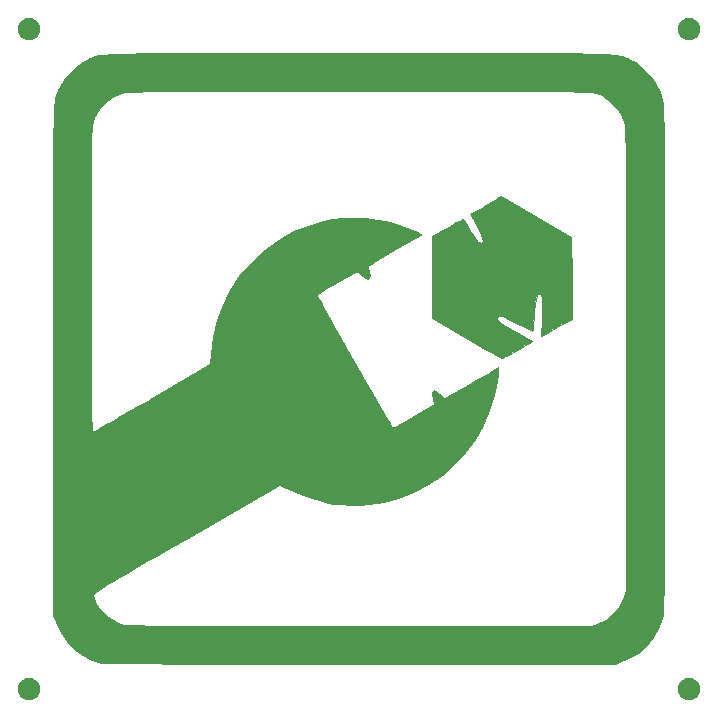
<source format=gbr>
G04 #@! TF.GenerationSoftware,KiCad,Pcbnew,(5.0.1)-4*
G04 #@! TF.CreationDate,2019-02-28T18:36:34-05:00*
G04 #@! TF.ProjectId,km-skillz-badge-kit-front,6B6D2D736B696C6C7A2D62616467652D,rev?*
G04 #@! TF.SameCoordinates,Original*
G04 #@! TF.FileFunction,Soldermask,Bot*
G04 #@! TF.FilePolarity,Negative*
%FSLAX46Y46*%
G04 Gerber Fmt 4.6, Leading zero omitted, Abs format (unit mm)*
G04 Created by KiCad (PCBNEW (5.0.1)-4) date 2/28/2019 6:36:34 PM*
%MOMM*%
%LPD*%
G01*
G04 APERTURE LIST*
%ADD10C,0.010000*%
%ADD11C,0.100000*%
G04 APERTURE END LIST*
D10*
G04 #@! TO.C,G\002A\002A\002A*
G36*
X168486667Y-73466596D02*
X168506727Y-76928798D01*
X168526786Y-80391000D01*
X167703232Y-80856667D01*
X167304195Y-81082710D01*
X166898742Y-81313079D01*
X166545792Y-81514268D01*
X166380950Y-81608634D01*
X165882222Y-81894934D01*
X165935676Y-81354634D01*
X165956161Y-81061163D01*
X165974056Y-80645790D01*
X165988341Y-80155938D01*
X165997997Y-79639030D01*
X166002005Y-79142490D01*
X165999344Y-78713741D01*
X165995791Y-78558559D01*
X165933558Y-78360917D01*
X165794872Y-78268064D01*
X165629802Y-78306964D01*
X165590433Y-78340281D01*
X165529007Y-78468250D01*
X165469165Y-78732130D01*
X165409859Y-79139585D01*
X165350043Y-79698276D01*
X165288668Y-80415869D01*
X165266113Y-80712900D01*
X165235742Y-81040394D01*
X165200879Y-81288454D01*
X165167212Y-81420689D01*
X165153612Y-81432567D01*
X165062801Y-81387685D01*
X164846534Y-81279045D01*
X164530351Y-81119528D01*
X164139792Y-80922017D01*
X163770960Y-80735171D01*
X163282709Y-80490270D01*
X162921841Y-80316979D01*
X162666505Y-80206891D01*
X162494848Y-80151600D01*
X162385019Y-80142698D01*
X162315165Y-80171780D01*
X162312381Y-80174038D01*
X162212675Y-80276407D01*
X162175163Y-80379980D01*
X162212054Y-80494990D01*
X162335557Y-80631670D01*
X162557882Y-80800255D01*
X162891239Y-81010977D01*
X163347837Y-81274071D01*
X163939886Y-81599769D01*
X164147500Y-81712168D01*
X164513382Y-81913011D01*
X164818205Y-82086549D01*
X165034615Y-82216736D01*
X165135260Y-82287527D01*
X165139153Y-82293867D01*
X165067788Y-82353188D01*
X164876584Y-82475587D01*
X164595101Y-82644438D01*
X164252901Y-82843116D01*
X163879547Y-83054993D01*
X163504600Y-83263444D01*
X163157622Y-83451841D01*
X162868173Y-83603558D01*
X162665817Y-83701969D01*
X162583440Y-83731281D01*
X162488637Y-83688975D01*
X162264218Y-83570040D01*
X161926529Y-83383693D01*
X161491916Y-83139148D01*
X160976725Y-82845621D01*
X160397301Y-82512326D01*
X159769991Y-82148479D01*
X159596667Y-82047445D01*
X156718000Y-80367663D01*
X156695902Y-76895674D01*
X156673803Y-73423685D01*
X157935174Y-72695176D01*
X158352721Y-72456399D01*
X158720543Y-72250555D01*
X159013240Y-72091498D01*
X159205411Y-71993082D01*
X159269606Y-71967319D01*
X159349838Y-72035400D01*
X159472020Y-72207899D01*
X159542512Y-72327152D01*
X159748144Y-72681908D01*
X159972319Y-73044643D01*
X160194119Y-73384214D01*
X160392623Y-73669481D01*
X160546915Y-73869303D01*
X160633834Y-73951766D01*
X160829811Y-73956996D01*
X160964619Y-73836434D01*
X160991439Y-73714442D01*
X160946414Y-73541101D01*
X160821851Y-73249204D01*
X160629614Y-72862742D01*
X160381569Y-72405705D01*
X160122476Y-71957324D01*
X159890768Y-71566981D01*
X160886718Y-70993198D01*
X161288769Y-70761527D01*
X161669469Y-70542080D01*
X161988573Y-70358062D01*
X162205834Y-70232678D01*
X162222523Y-70223037D01*
X162562379Y-70026658D01*
X168486667Y-73466596D01*
X168486667Y-73466596D01*
G37*
X168486667Y-73466596D02*
X168506727Y-76928798D01*
X168526786Y-80391000D01*
X167703232Y-80856667D01*
X167304195Y-81082710D01*
X166898742Y-81313079D01*
X166545792Y-81514268D01*
X166380950Y-81608634D01*
X165882222Y-81894934D01*
X165935676Y-81354634D01*
X165956161Y-81061163D01*
X165974056Y-80645790D01*
X165988341Y-80155938D01*
X165997997Y-79639030D01*
X166002005Y-79142490D01*
X165999344Y-78713741D01*
X165995791Y-78558559D01*
X165933558Y-78360917D01*
X165794872Y-78268064D01*
X165629802Y-78306964D01*
X165590433Y-78340281D01*
X165529007Y-78468250D01*
X165469165Y-78732130D01*
X165409859Y-79139585D01*
X165350043Y-79698276D01*
X165288668Y-80415869D01*
X165266113Y-80712900D01*
X165235742Y-81040394D01*
X165200879Y-81288454D01*
X165167212Y-81420689D01*
X165153612Y-81432567D01*
X165062801Y-81387685D01*
X164846534Y-81279045D01*
X164530351Y-81119528D01*
X164139792Y-80922017D01*
X163770960Y-80735171D01*
X163282709Y-80490270D01*
X162921841Y-80316979D01*
X162666505Y-80206891D01*
X162494848Y-80151600D01*
X162385019Y-80142698D01*
X162315165Y-80171780D01*
X162312381Y-80174038D01*
X162212675Y-80276407D01*
X162175163Y-80379980D01*
X162212054Y-80494990D01*
X162335557Y-80631670D01*
X162557882Y-80800255D01*
X162891239Y-81010977D01*
X163347837Y-81274071D01*
X163939886Y-81599769D01*
X164147500Y-81712168D01*
X164513382Y-81913011D01*
X164818205Y-82086549D01*
X165034615Y-82216736D01*
X165135260Y-82287527D01*
X165139153Y-82293867D01*
X165067788Y-82353188D01*
X164876584Y-82475587D01*
X164595101Y-82644438D01*
X164252901Y-82843116D01*
X163879547Y-83054993D01*
X163504600Y-83263444D01*
X163157622Y-83451841D01*
X162868173Y-83603558D01*
X162665817Y-83701969D01*
X162583440Y-83731281D01*
X162488637Y-83688975D01*
X162264218Y-83570040D01*
X161926529Y-83383693D01*
X161491916Y-83139148D01*
X160976725Y-82845621D01*
X160397301Y-82512326D01*
X159769991Y-82148479D01*
X159596667Y-82047445D01*
X156718000Y-80367663D01*
X156695902Y-76895674D01*
X156673803Y-73423685D01*
X157935174Y-72695176D01*
X158352721Y-72456399D01*
X158720543Y-72250555D01*
X159013240Y-72091498D01*
X159205411Y-71993082D01*
X159269606Y-71967319D01*
X159349838Y-72035400D01*
X159472020Y-72207899D01*
X159542512Y-72327152D01*
X159748144Y-72681908D01*
X159972319Y-73044643D01*
X160194119Y-73384214D01*
X160392623Y-73669481D01*
X160546915Y-73869303D01*
X160633834Y-73951766D01*
X160829811Y-73956996D01*
X160964619Y-73836434D01*
X160991439Y-73714442D01*
X160946414Y-73541101D01*
X160821851Y-73249204D01*
X160629614Y-72862742D01*
X160381569Y-72405705D01*
X160122476Y-71957324D01*
X159890768Y-71566981D01*
X160886718Y-70993198D01*
X161288769Y-70761527D01*
X161669469Y-70542080D01*
X161988573Y-70358062D01*
X162205834Y-70232678D01*
X162222523Y-70223037D01*
X162562379Y-70026658D01*
X168486667Y-73466596D01*
D11*
G36*
X144407410Y-57914413D02*
X146384334Y-57914628D01*
X148518800Y-57914854D01*
X150495000Y-57914940D01*
X152770696Y-57914828D01*
X154883384Y-57914595D01*
X156839391Y-57914393D01*
X158645043Y-57914378D01*
X160306666Y-57914701D01*
X161830585Y-57915518D01*
X163223128Y-57916982D01*
X164490619Y-57919247D01*
X165639385Y-57922466D01*
X166675752Y-57926793D01*
X167606045Y-57932381D01*
X168436592Y-57939385D01*
X169173717Y-57947959D01*
X169823746Y-57958255D01*
X170393007Y-57970427D01*
X170887824Y-57984630D01*
X171314524Y-58001016D01*
X171679432Y-58019741D01*
X171988875Y-58040956D01*
X172249179Y-58064817D01*
X172466669Y-58091476D01*
X172647672Y-58121088D01*
X172798514Y-58153806D01*
X172925520Y-58189784D01*
X173035017Y-58229175D01*
X173133330Y-58272134D01*
X173226786Y-58318813D01*
X173321710Y-58369367D01*
X173424429Y-58423950D01*
X173524334Y-58474479D01*
X173917265Y-58692172D01*
X174283781Y-58957022D01*
X174675289Y-59307951D01*
X174839759Y-59470410D01*
X175359654Y-60047993D01*
X175749087Y-60615480D01*
X176036452Y-61221417D01*
X176235746Y-61857129D01*
X176253357Y-61928521D01*
X176269687Y-62004076D01*
X176284784Y-62090148D01*
X176298697Y-62193090D01*
X176311473Y-62319257D01*
X176323161Y-62475003D01*
X176333809Y-62666680D01*
X176343467Y-62900644D01*
X176352181Y-63183248D01*
X176360002Y-63520846D01*
X176366976Y-63919791D01*
X176373153Y-64386438D01*
X176378581Y-64927140D01*
X176383308Y-65548252D01*
X176387382Y-66256126D01*
X176390853Y-67057118D01*
X176393767Y-67957580D01*
X176396175Y-68963867D01*
X176398124Y-70082333D01*
X176399662Y-71319331D01*
X176400838Y-72681215D01*
X176401700Y-74174339D01*
X176402297Y-75805058D01*
X176402678Y-77579724D01*
X176402889Y-79504691D01*
X176402981Y-81586315D01*
X176403000Y-83820000D01*
X176402983Y-86063510D01*
X176402900Y-88144044D01*
X176402702Y-90067957D01*
X176402339Y-91841607D01*
X176401763Y-93471349D01*
X176400924Y-94963541D01*
X176399773Y-96324539D01*
X176398262Y-97560699D01*
X176396341Y-98678379D01*
X176393961Y-99683934D01*
X176391073Y-100583721D01*
X176387628Y-101384097D01*
X176383578Y-102091418D01*
X176378872Y-102712041D01*
X176373461Y-103252322D01*
X176367298Y-103718618D01*
X176360332Y-104117286D01*
X176352515Y-104454682D01*
X176343797Y-104737162D01*
X176334130Y-104971083D01*
X176323464Y-105162802D01*
X176311751Y-105318676D01*
X176298940Y-105445059D01*
X176284984Y-105548311D01*
X176269833Y-105634786D01*
X176253438Y-105710841D01*
X176235750Y-105782834D01*
X176233384Y-105792107D01*
X175925761Y-106687758D01*
X175486747Y-107479135D01*
X174914371Y-108168350D01*
X174206661Y-108757511D01*
X173361648Y-109248731D01*
X172766406Y-109505608D01*
X172296667Y-109685667D01*
X150706667Y-109698045D01*
X148802075Y-109698870D01*
X146939827Y-109699154D01*
X145127170Y-109698914D01*
X143371352Y-109698169D01*
X141679619Y-109696938D01*
X140059221Y-109695239D01*
X138517403Y-109693091D01*
X137061415Y-109690512D01*
X135698504Y-109687521D01*
X134435916Y-109684136D01*
X133280901Y-109680376D01*
X132240704Y-109676259D01*
X131322575Y-109671805D01*
X130533761Y-109667030D01*
X129881509Y-109661955D01*
X129373067Y-109656598D01*
X129015682Y-109650976D01*
X128816602Y-109645109D01*
X128778000Y-109641958D01*
X127919456Y-109384151D01*
X127118877Y-108977853D01*
X126394112Y-108439084D01*
X125763012Y-107783864D01*
X125243427Y-107028216D01*
X124853207Y-106188160D01*
X124817592Y-106087334D01*
X124629334Y-105537000D01*
X124607195Y-84094412D01*
X124604717Y-81804468D01*
X124602281Y-79677570D01*
X124600035Y-77707433D01*
X124599437Y-77137721D01*
X127889000Y-77137721D01*
X127889246Y-78923262D01*
X127890021Y-80546213D01*
X127891380Y-82013316D01*
X127893379Y-83331313D01*
X127896074Y-84506948D01*
X127899520Y-85546961D01*
X127903773Y-86458097D01*
X127908888Y-87247096D01*
X127914921Y-87920702D01*
X127921927Y-88485657D01*
X127929963Y-88948703D01*
X127939084Y-89316583D01*
X127949344Y-89596039D01*
X127960801Y-89793813D01*
X127973509Y-89916649D01*
X127987524Y-89971287D01*
X127994834Y-89975229D01*
X128084469Y-89926438D01*
X128308345Y-89799935D01*
X128654127Y-89602800D01*
X129109483Y-89342117D01*
X129662080Y-89024965D01*
X130299585Y-88658429D01*
X131009664Y-88249588D01*
X131779984Y-87805526D01*
X132598213Y-87333323D01*
X133011334Y-87094719D01*
X137922000Y-84257764D01*
X137978607Y-83357721D01*
X138150978Y-81932323D01*
X138481851Y-80555317D01*
X138964730Y-79237024D01*
X139593120Y-77987765D01*
X140360526Y-76817859D01*
X141260450Y-75737626D01*
X142286399Y-74757387D01*
X143431876Y-73887461D01*
X144264724Y-73370471D01*
X145150784Y-72927836D01*
X146145263Y-72539058D01*
X147190829Y-72223351D01*
X148230150Y-71999929D01*
X148463000Y-71963512D01*
X148993757Y-71910338D01*
X149633791Y-71882579D01*
X150327131Y-71879553D01*
X151017809Y-71900579D01*
X151649856Y-71944975D01*
X152146000Y-72008346D01*
X152754272Y-72136142D01*
X153438140Y-72318096D01*
X154137039Y-72535353D01*
X154790405Y-72769059D01*
X155337673Y-73000360D01*
X155347656Y-73005086D01*
X155924645Y-73279000D01*
X153611989Y-74609083D01*
X152931668Y-75004379D01*
X152360872Y-75344425D01*
X151907634Y-75624149D01*
X151579984Y-75838479D01*
X151385955Y-75982346D01*
X151332452Y-76048417D01*
X151445771Y-76469589D01*
X151488045Y-76761419D01*
X151461642Y-76947159D01*
X151429389Y-77000652D01*
X151256671Y-77118284D01*
X151054136Y-77081429D01*
X150812396Y-76887220D01*
X150718412Y-76783441D01*
X150420629Y-76435548D01*
X148743314Y-77388848D01*
X148259146Y-77664851D01*
X147824011Y-77914476D01*
X147459672Y-78125109D01*
X147187891Y-78284138D01*
X147030428Y-78378951D01*
X147000964Y-78398677D01*
X147035533Y-78475309D01*
X147146841Y-78684885D01*
X147327046Y-79013653D01*
X147568304Y-79447862D01*
X147862770Y-79973761D01*
X148202601Y-80577599D01*
X148579954Y-81245624D01*
X148986985Y-81964085D01*
X149415850Y-82719231D01*
X149858706Y-83497311D01*
X150307708Y-84284572D01*
X150755014Y-85067265D01*
X151192780Y-85831637D01*
X151613161Y-86563937D01*
X152008315Y-87250415D01*
X152370398Y-87877319D01*
X152691566Y-88430897D01*
X152963975Y-88897398D01*
X153179782Y-89263071D01*
X153331142Y-89514166D01*
X153410214Y-89636929D01*
X153413948Y-89641747D01*
X153487361Y-89606837D01*
X153682000Y-89500537D01*
X153973052Y-89337172D01*
X154335706Y-89131066D01*
X154745150Y-88896545D01*
X155176573Y-88647932D01*
X155605163Y-88399555D01*
X156006109Y-88165736D01*
X156354599Y-87960801D01*
X156625821Y-87799075D01*
X156794964Y-87694883D01*
X156838815Y-87664408D01*
X156834464Y-87570062D01*
X156781530Y-87370466D01*
X156730930Y-87219758D01*
X156639410Y-86877568D01*
X156658158Y-86647528D01*
X156790584Y-86510426D01*
X156862002Y-86481604D01*
X157002413Y-86484728D01*
X157180681Y-86590306D01*
X157398933Y-86786866D01*
X157765173Y-87146304D01*
X159866253Y-85933890D01*
X160417127Y-85615569D01*
X160928435Y-85319272D01*
X161379362Y-85057126D01*
X161749095Y-84841258D01*
X162016820Y-84683796D01*
X162161722Y-84596868D01*
X162171569Y-84590668D01*
X162375805Y-84459859D01*
X162316078Y-85176033D01*
X162183963Y-86212261D01*
X161957579Y-87210265D01*
X161624141Y-88214278D01*
X161170868Y-89268537D01*
X161076622Y-89464883D01*
X160392322Y-90679882D01*
X159573137Y-91801292D01*
X158631024Y-92819857D01*
X157577938Y-93726317D01*
X156425835Y-94511417D01*
X155186671Y-95165898D01*
X153872401Y-95680502D01*
X152607998Y-96022274D01*
X152016364Y-96119297D01*
X151316623Y-96186132D01*
X150556160Y-96222272D01*
X149782363Y-96227208D01*
X149042617Y-96200433D01*
X148384308Y-96141439D01*
X147955000Y-96072140D01*
X146846197Y-95792909D01*
X145769355Y-95429133D01*
X144787930Y-95002510D01*
X144704124Y-94960595D01*
X143850085Y-94528113D01*
X135912063Y-99098624D01*
X134651535Y-99824704D01*
X133530111Y-100471427D01*
X132539920Y-101043526D01*
X131673087Y-101545737D01*
X130921742Y-101982793D01*
X130278012Y-102359430D01*
X129734024Y-102680382D01*
X129281905Y-102950383D01*
X128913783Y-103174168D01*
X128621787Y-103356471D01*
X128398042Y-103502027D01*
X128234677Y-103615571D01*
X128123819Y-103701837D01*
X128057595Y-103765560D01*
X128028134Y-103811474D01*
X128026415Y-103841067D01*
X128322732Y-104531387D01*
X128759498Y-105150403D01*
X129315102Y-105675893D01*
X129967929Y-106085637D01*
X130379551Y-106260412D01*
X130432139Y-106277208D01*
X130496239Y-106292736D01*
X130578394Y-106307050D01*
X130685146Y-106320201D01*
X130823037Y-106332242D01*
X130998610Y-106343224D01*
X131218406Y-106353198D01*
X131488968Y-106362218D01*
X131816839Y-106370334D01*
X132208559Y-106377600D01*
X132670672Y-106384066D01*
X133209721Y-106389784D01*
X133832246Y-106394807D01*
X134544791Y-106399187D01*
X135353897Y-106402974D01*
X136266107Y-106406222D01*
X137287964Y-106408982D01*
X138426009Y-106411306D01*
X139686784Y-106413246D01*
X141076832Y-106414854D01*
X142602696Y-106416181D01*
X144270916Y-106417280D01*
X146088037Y-106418203D01*
X148060599Y-106419001D01*
X150195145Y-106419727D01*
X150469982Y-106419814D01*
X170129964Y-106426000D01*
X170675263Y-106228067D01*
X171393614Y-105881727D01*
X172003362Y-105407448D01*
X172495495Y-104814243D01*
X172860999Y-104111125D01*
X172903067Y-104000263D01*
X173101000Y-103454964D01*
X173101000Y-83829403D01*
X173100970Y-81678432D01*
X173100844Y-79690223D01*
X173100569Y-77858203D01*
X173100093Y-76175800D01*
X173099365Y-74636442D01*
X173098330Y-73233559D01*
X173096936Y-71960576D01*
X173095132Y-70810923D01*
X173092864Y-69778028D01*
X173090080Y-68855319D01*
X173086728Y-68036223D01*
X173082755Y-67314168D01*
X173078108Y-66682584D01*
X173072734Y-66134897D01*
X173066582Y-65664536D01*
X173059599Y-65264928D01*
X173051733Y-64929503D01*
X173042930Y-64651687D01*
X173033138Y-64424910D01*
X173022305Y-64242598D01*
X173010378Y-64098180D01*
X172997305Y-63985084D01*
X172983033Y-63896738D01*
X172967509Y-63826570D01*
X172950682Y-63768009D01*
X172940417Y-63737101D01*
X172687043Y-63152926D01*
X172341883Y-62643045D01*
X171945435Y-62221762D01*
X171510295Y-61848565D01*
X171093283Y-61585717D01*
X170630775Y-61395273D01*
X170482133Y-61349073D01*
X170419991Y-61334142D01*
X170334859Y-61320341D01*
X170220254Y-61307626D01*
X170069700Y-61295954D01*
X169876714Y-61285280D01*
X169634819Y-61275561D01*
X169337534Y-61266753D01*
X168978379Y-61258812D01*
X168550875Y-61251695D01*
X168048542Y-61245357D01*
X167464901Y-61239756D01*
X166793471Y-61234847D01*
X166027774Y-61230586D01*
X165161328Y-61226930D01*
X164187656Y-61223836D01*
X163100276Y-61221258D01*
X161892710Y-61219154D01*
X160558477Y-61217480D01*
X159091098Y-61216192D01*
X157484093Y-61215247D01*
X155730983Y-61214599D01*
X153825288Y-61214207D01*
X151760528Y-61214026D01*
X150476962Y-61214000D01*
X148332390Y-61214010D01*
X146350546Y-61214079D01*
X144524823Y-61214264D01*
X142848617Y-61214623D01*
X141315321Y-61215213D01*
X139918330Y-61216093D01*
X138651038Y-61217319D01*
X137506839Y-61218949D01*
X136479128Y-61221041D01*
X135561298Y-61223653D01*
X134746745Y-61226842D01*
X134028862Y-61230666D01*
X133401044Y-61235182D01*
X132856685Y-61240448D01*
X132389179Y-61246522D01*
X131991920Y-61253461D01*
X131658304Y-61261322D01*
X131381723Y-61270165D01*
X131155573Y-61280045D01*
X130973248Y-61291021D01*
X130828142Y-61303150D01*
X130713648Y-61316490D01*
X130623163Y-61331098D01*
X130550079Y-61347033D01*
X130487791Y-61364352D01*
X130429693Y-61383111D01*
X130412184Y-61388999D01*
X129701378Y-61715034D01*
X129080712Y-62175666D01*
X128568766Y-62752334D01*
X128184119Y-63426476D01*
X128065218Y-63733565D01*
X128041611Y-63805336D01*
X128020212Y-63879226D01*
X128000913Y-63963484D01*
X127983606Y-64066361D01*
X127968182Y-64196106D01*
X127954533Y-64360969D01*
X127942550Y-64569201D01*
X127932124Y-64829052D01*
X127923148Y-65148771D01*
X127915513Y-65536608D01*
X127909110Y-66000814D01*
X127903831Y-66549638D01*
X127899568Y-67191330D01*
X127896211Y-67934141D01*
X127893653Y-68786321D01*
X127891785Y-69756119D01*
X127890499Y-70851785D01*
X127889686Y-72081570D01*
X127889237Y-73453723D01*
X127889045Y-74976495D01*
X127889001Y-76658135D01*
X127889000Y-77137721D01*
X124599437Y-77137721D01*
X124598124Y-75887771D01*
X124596694Y-74212296D01*
X124595892Y-72674724D01*
X124595865Y-71268767D01*
X124596757Y-69988139D01*
X124598716Y-68826553D01*
X124601888Y-67777725D01*
X124606418Y-66835366D01*
X124612455Y-65993192D01*
X124620142Y-65244915D01*
X124629628Y-64584249D01*
X124641058Y-64004908D01*
X124654578Y-63500606D01*
X124670335Y-63065057D01*
X124688474Y-62691973D01*
X124709143Y-62375069D01*
X124732487Y-62108059D01*
X124758653Y-61884656D01*
X124787787Y-61698573D01*
X124820035Y-61543525D01*
X124855544Y-61413226D01*
X124894459Y-61301388D01*
X124936927Y-61201726D01*
X124983095Y-61107953D01*
X125033108Y-61013783D01*
X125087113Y-60912929D01*
X125145256Y-60799106D01*
X125149398Y-60790667D01*
X125509597Y-60198701D01*
X125991309Y-59615878D01*
X126550415Y-59086316D01*
X127142797Y-58654131D01*
X127465667Y-58474479D01*
X127580216Y-58416292D01*
X127681505Y-58362265D01*
X127775858Y-58312247D01*
X127869603Y-58266082D01*
X127969064Y-58223617D01*
X128080568Y-58184699D01*
X128210442Y-58149173D01*
X128365010Y-58116886D01*
X128550599Y-58087684D01*
X128773536Y-58061414D01*
X129040145Y-58037922D01*
X129356753Y-58017054D01*
X129729685Y-57998656D01*
X130165269Y-57982575D01*
X130669830Y-57968657D01*
X131249693Y-57956749D01*
X131911185Y-57946696D01*
X132660632Y-57938345D01*
X133504360Y-57931542D01*
X134448695Y-57926134D01*
X135499962Y-57921967D01*
X136664488Y-57918887D01*
X137948599Y-57916740D01*
X139358621Y-57915373D01*
X140900879Y-57914632D01*
X142581700Y-57914363D01*
X144407410Y-57914413D01*
X144407410Y-57914413D01*
G37*
G36*
X178713038Y-110843431D02*
X178886511Y-110915286D01*
X178964569Y-110967443D01*
X179042630Y-111019601D01*
X179175399Y-111152370D01*
X179279715Y-111308491D01*
X179351569Y-111481962D01*
X179388200Y-111666118D01*
X179388200Y-111853882D01*
X179351569Y-112038038D01*
X179279715Y-112211509D01*
X179175399Y-112367630D01*
X179042630Y-112500399D01*
X178964570Y-112552557D01*
X178886511Y-112604714D01*
X178886510Y-112604715D01*
X178886509Y-112604715D01*
X178713038Y-112676569D01*
X178528882Y-112713200D01*
X178341118Y-112713200D01*
X178156962Y-112676569D01*
X177983491Y-112604715D01*
X177983490Y-112604715D01*
X177983489Y-112604714D01*
X177905431Y-112552557D01*
X177827370Y-112500399D01*
X177694601Y-112367630D01*
X177590285Y-112211509D01*
X177518431Y-112038038D01*
X177481800Y-111853882D01*
X177481800Y-111666118D01*
X177518431Y-111481962D01*
X177590285Y-111308491D01*
X177694601Y-111152370D01*
X177827370Y-111019601D01*
X177905431Y-110967443D01*
X177983489Y-110915286D01*
X178156962Y-110843431D01*
X178341118Y-110806800D01*
X178528882Y-110806800D01*
X178713038Y-110843431D01*
X178713038Y-110843431D01*
G37*
G36*
X122833038Y-110843431D02*
X123006511Y-110915286D01*
X123084569Y-110967443D01*
X123162630Y-111019601D01*
X123295399Y-111152370D01*
X123399715Y-111308491D01*
X123471569Y-111481962D01*
X123508200Y-111666118D01*
X123508200Y-111853882D01*
X123471569Y-112038038D01*
X123399715Y-112211509D01*
X123295399Y-112367630D01*
X123162630Y-112500399D01*
X123084570Y-112552557D01*
X123006511Y-112604714D01*
X123006510Y-112604715D01*
X123006509Y-112604715D01*
X122833038Y-112676569D01*
X122648882Y-112713200D01*
X122461118Y-112713200D01*
X122276962Y-112676569D01*
X122103491Y-112604715D01*
X122103490Y-112604715D01*
X122103489Y-112604714D01*
X122025431Y-112552557D01*
X121947370Y-112500399D01*
X121814601Y-112367630D01*
X121710285Y-112211509D01*
X121638431Y-112038038D01*
X121601800Y-111853882D01*
X121601800Y-111666118D01*
X121638431Y-111481962D01*
X121710285Y-111308491D01*
X121814601Y-111152370D01*
X121947370Y-111019601D01*
X122025431Y-110967443D01*
X122103489Y-110915286D01*
X122276962Y-110843431D01*
X122461118Y-110806800D01*
X122648882Y-110806800D01*
X122833038Y-110843431D01*
X122833038Y-110843431D01*
G37*
G36*
X178713038Y-54963431D02*
X178886511Y-55035286D01*
X178964570Y-55087443D01*
X179042630Y-55139601D01*
X179175399Y-55272370D01*
X179279715Y-55428491D01*
X179351569Y-55601962D01*
X179388200Y-55786118D01*
X179388200Y-55973882D01*
X179351569Y-56158038D01*
X179279715Y-56331509D01*
X179175399Y-56487630D01*
X179042630Y-56620399D01*
X178964569Y-56672557D01*
X178886511Y-56724714D01*
X178886510Y-56724715D01*
X178886509Y-56724715D01*
X178713038Y-56796569D01*
X178528882Y-56833200D01*
X178341118Y-56833200D01*
X178156962Y-56796569D01*
X177983491Y-56724715D01*
X177983490Y-56724715D01*
X177983489Y-56724714D01*
X177905431Y-56672557D01*
X177827370Y-56620399D01*
X177694601Y-56487630D01*
X177590285Y-56331509D01*
X177518431Y-56158038D01*
X177481800Y-55973882D01*
X177481800Y-55786118D01*
X177518431Y-55601962D01*
X177590285Y-55428491D01*
X177694601Y-55272370D01*
X177827370Y-55139601D01*
X177905430Y-55087443D01*
X177983489Y-55035286D01*
X178156962Y-54963431D01*
X178341118Y-54926800D01*
X178528882Y-54926800D01*
X178713038Y-54963431D01*
X178713038Y-54963431D01*
G37*
G36*
X122833038Y-54963431D02*
X123006511Y-55035286D01*
X123084570Y-55087443D01*
X123162630Y-55139601D01*
X123295399Y-55272370D01*
X123399715Y-55428491D01*
X123471569Y-55601962D01*
X123508200Y-55786118D01*
X123508200Y-55973882D01*
X123471569Y-56158038D01*
X123399715Y-56331509D01*
X123295399Y-56487630D01*
X123162630Y-56620399D01*
X123084569Y-56672557D01*
X123006511Y-56724714D01*
X123006510Y-56724715D01*
X123006509Y-56724715D01*
X122833038Y-56796569D01*
X122648882Y-56833200D01*
X122461118Y-56833200D01*
X122276962Y-56796569D01*
X122103491Y-56724715D01*
X122103490Y-56724715D01*
X122103489Y-56724714D01*
X122025431Y-56672557D01*
X121947370Y-56620399D01*
X121814601Y-56487630D01*
X121710285Y-56331509D01*
X121638431Y-56158038D01*
X121601800Y-55973882D01*
X121601800Y-55786118D01*
X121638431Y-55601962D01*
X121710285Y-55428491D01*
X121814601Y-55272370D01*
X121947370Y-55139601D01*
X122025430Y-55087443D01*
X122103489Y-55035286D01*
X122276962Y-54963431D01*
X122461118Y-54926800D01*
X122648882Y-54926800D01*
X122833038Y-54963431D01*
X122833038Y-54963431D01*
G37*
M02*

</source>
